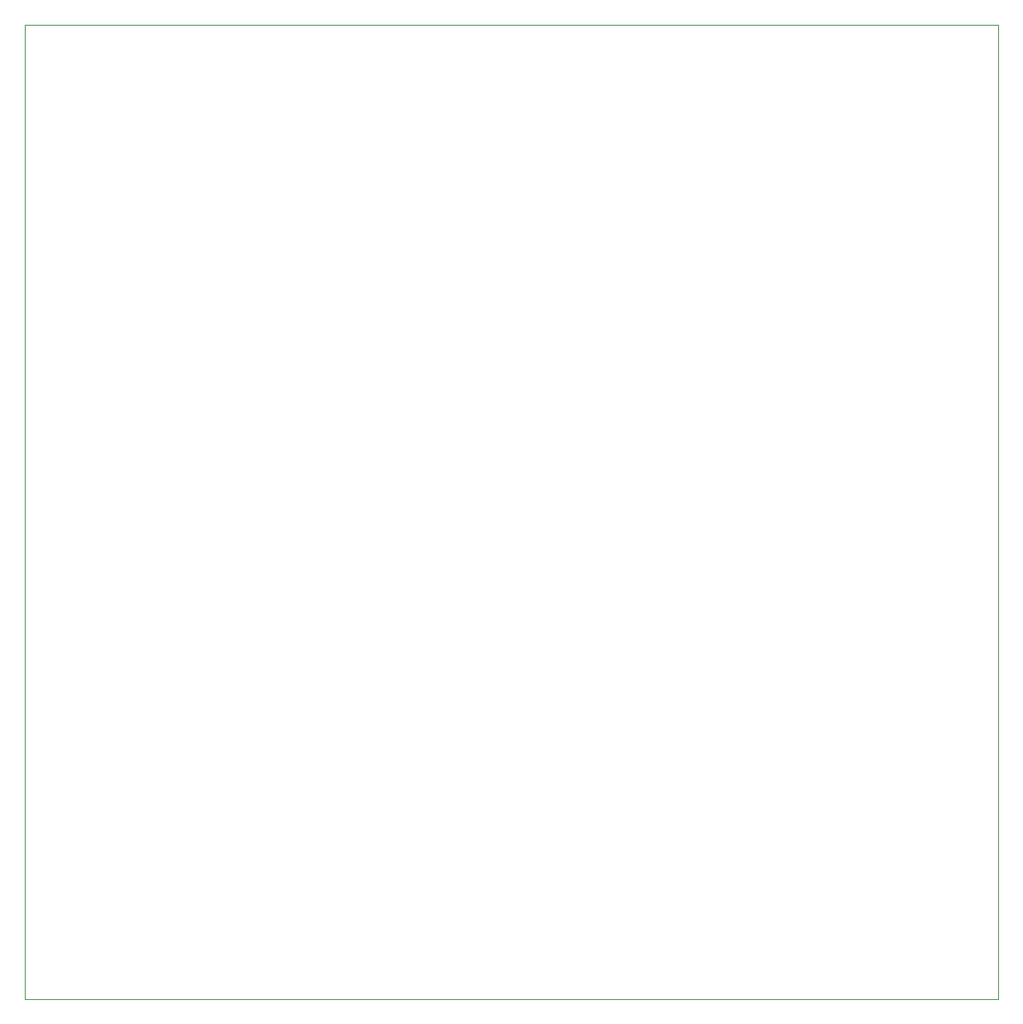
<source format=gbr>
%TF.GenerationSoftware,KiCad,Pcbnew,9.0.2*%
%TF.CreationDate,2025-07-26T16:17:08-04:00*%
%TF.ProjectId,Automated Coin Machine,4175746f-6d61-4746-9564-20436f696e20,rev?*%
%TF.SameCoordinates,Original*%
%TF.FileFunction,Profile,NP*%
%FSLAX46Y46*%
G04 Gerber Fmt 4.6, Leading zero omitted, Abs format (unit mm)*
G04 Created by KiCad (PCBNEW 9.0.2) date 2025-07-26 16:17:08*
%MOMM*%
%LPD*%
G01*
G04 APERTURE LIST*
%TA.AperFunction,Profile*%
%ADD10C,0.050000*%
%TD*%
G04 APERTURE END LIST*
D10*
X24130000Y-25400000D02*
X123730000Y-25400000D01*
X123730000Y-125095000D01*
X24130000Y-125095000D01*
X24130000Y-25400000D01*
M02*

</source>
